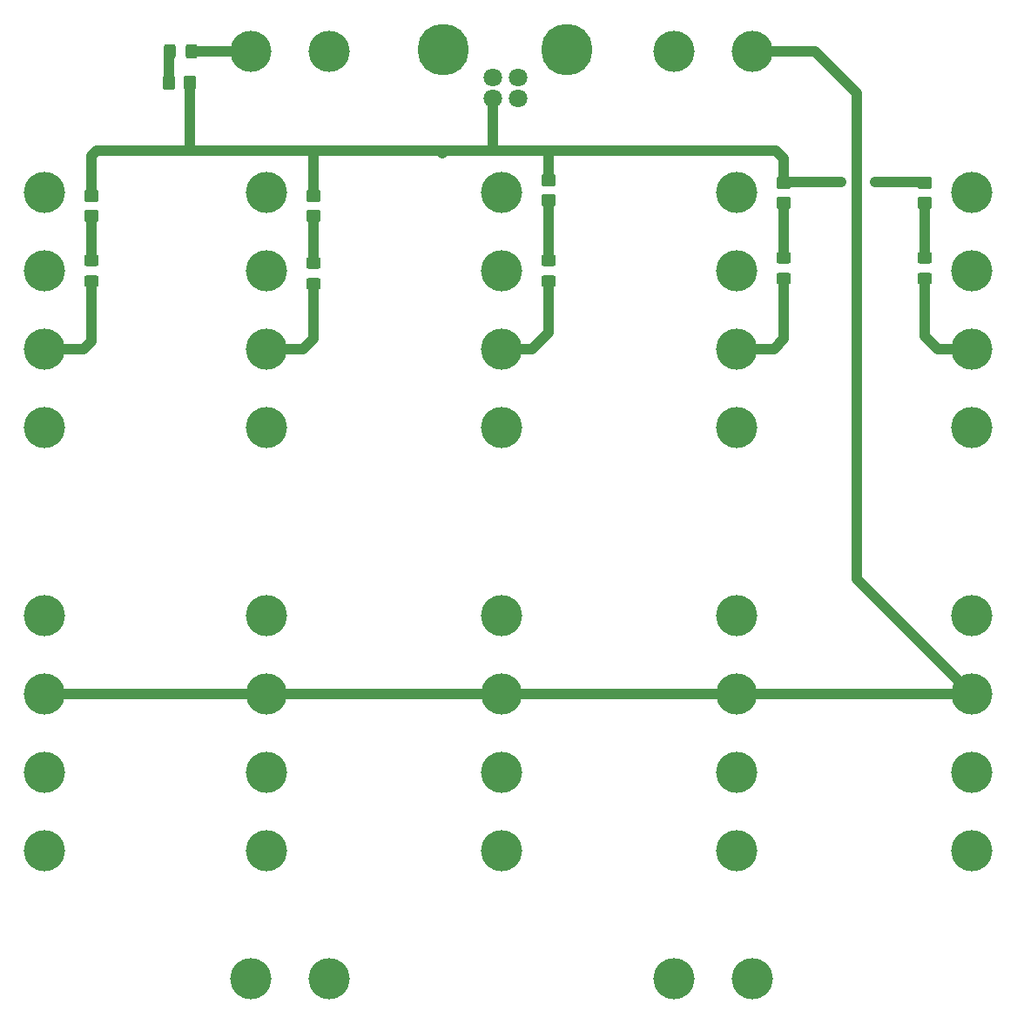
<source format=gbr>
%TF.GenerationSoftware,KiCad,Pcbnew,6.0.6-3a73a75311~116~ubuntu20.04.1*%
%TF.CreationDate,2022-06-26T16:51:51-05:00*%
%TF.ProjectId,BigClive_AA_Battery_Trickle_Charger_v000,42696743-6c69-4766-955f-41415f426174,rev?*%
%TF.SameCoordinates,Original*%
%TF.FileFunction,Copper,L2,Bot*%
%TF.FilePolarity,Positive*%
%FSLAX46Y46*%
G04 Gerber Fmt 4.6, Leading zero omitted, Abs format (unit mm)*
G04 Created by KiCad (PCBNEW 6.0.6-3a73a75311~116~ubuntu20.04.1) date 2022-06-26 16:51:51*
%MOMM*%
%LPD*%
G01*
G04 APERTURE LIST*
G04 Aperture macros list*
%AMRoundRect*
0 Rectangle with rounded corners*
0 $1 Rounding radius*
0 $2 $3 $4 $5 $6 $7 $8 $9 X,Y pos of 4 corners*
0 Add a 4 corners polygon primitive as box body*
4,1,4,$2,$3,$4,$5,$6,$7,$8,$9,$2,$3,0*
0 Add four circle primitives for the rounded corners*
1,1,$1+$1,$2,$3*
1,1,$1+$1,$4,$5*
1,1,$1+$1,$6,$7*
1,1,$1+$1,$8,$9*
0 Add four rect primitives between the rounded corners*
20,1,$1+$1,$2,$3,$4,$5,0*
20,1,$1+$1,$4,$5,$6,$7,0*
20,1,$1+$1,$6,$7,$8,$9,0*
20,1,$1+$1,$8,$9,$2,$3,0*%
G04 Aperture macros list end*
%TA.AperFunction,ComponentPad*%
%ADD10C,4.000000*%
%TD*%
%TA.AperFunction,ComponentPad*%
%ADD11C,1.800000*%
%TD*%
%TA.AperFunction,ComponentPad*%
%ADD12C,5.000000*%
%TD*%
%TA.AperFunction,SMDPad,CuDef*%
%ADD13RoundRect,0.250000X0.450000X-0.325000X0.450000X0.325000X-0.450000X0.325000X-0.450000X-0.325000X0*%
%TD*%
%TA.AperFunction,SMDPad,CuDef*%
%ADD14RoundRect,0.250000X-0.450000X0.350000X-0.450000X-0.350000X0.450000X-0.350000X0.450000X0.350000X0*%
%TD*%
%TA.AperFunction,SMDPad,CuDef*%
%ADD15RoundRect,0.250000X0.350000X0.450000X-0.350000X0.450000X-0.350000X-0.450000X0.350000X-0.450000X0*%
%TD*%
%TA.AperFunction,SMDPad,CuDef*%
%ADD16RoundRect,0.250000X0.325000X0.450000X-0.325000X0.450000X-0.325000X-0.450000X0.325000X-0.450000X0*%
%TD*%
%TA.AperFunction,ViaPad*%
%ADD17C,0.800000*%
%TD*%
%TA.AperFunction,Conductor*%
%ADD18C,1.000000*%
%TD*%
G04 APERTURE END LIST*
D10*
%TO.P,U6,1,Plus1*%
%TO.N,Net-(U6-Pad1)*%
X142005000Y-133080000D03*
%TO.P,U6,2,Plus2*%
%TO.N,unconnected-(U6-Pad2)*%
X149625000Y-133080000D03*
%TO.P,U6,3,Minus1*%
%TO.N,GND*%
X190775000Y-133080000D03*
%TO.P,U6,4,Minus2*%
%TO.N,unconnected-(U6-Pad4)*%
X183155000Y-133080000D03*
%TD*%
%TO.P,U5,1,Plus1*%
%TO.N,Net-(U5-Pad1)*%
X212110000Y-56625000D03*
%TO.P,U5,2,Plus2*%
%TO.N,unconnected-(U5-Pad2)*%
X212110000Y-64245000D03*
%TO.P,U5,3,Minus1*%
%TO.N,GND*%
X212110000Y-105395000D03*
%TO.P,U5,4,Minus2*%
%TO.N,unconnected-(U5-Pad4)*%
X212110000Y-97775000D03*
%TD*%
D11*
%TO.P,J1,1,VBUS*%
%TO.N,VCC*%
X165470000Y-47450000D03*
%TO.P,J1,2,D-*%
%TO.N,unconnected-(J1-Pad2)*%
X167970000Y-47450000D03*
%TO.P,J1,3,D+*%
%TO.N,unconnected-(J1-Pad3)*%
X167970000Y-45450000D03*
%TO.P,J1,4,GND*%
%TO.N,GND*%
X165470000Y-45450000D03*
D12*
%TO.P,J1,5,Shield*%
%TO.N,unconnected-(J1-Pad5)*%
X172740000Y-42740000D03*
%TO.P,J1,6*%
%TO.N,N/C*%
X160700000Y-42740000D03*
%TD*%
D10*
%TO.P,U1,1,Plus1*%
%TO.N,Net-(U1-Pad1)*%
X121940000Y-56625000D03*
%TO.P,U1,2,Plus2*%
%TO.N,unconnected-(U1-Pad2)*%
X121940000Y-64245000D03*
%TO.P,U1,3,Minus1*%
%TO.N,GND*%
X121940000Y-105395000D03*
%TO.P,U1,4,Minus2*%
%TO.N,unconnected-(U1-Pad4)*%
X121940000Y-97775000D03*
%TD*%
%TO.P,U4,1,Plus1*%
%TO.N,Net-(U4-Pad1)*%
X189250000Y-56625000D03*
%TO.P,U4,2,Plus2*%
%TO.N,unconnected-(U4-Pad2)*%
X189250000Y-64245000D03*
%TO.P,U4,3,Minus1*%
%TO.N,GND*%
X189250000Y-105395000D03*
%TO.P,U4,4,Minus2*%
%TO.N,unconnected-(U4-Pad4)*%
X189250000Y-97775000D03*
%TD*%
%TO.P,U3,1,Plus1*%
%TO.N,Net-(U3-Pad1)*%
X166390000Y-56625000D03*
%TO.P,U3,2,Plus2*%
%TO.N,unconnected-(U3-Pad2)*%
X166390000Y-64245000D03*
%TO.P,U3,3,Minus1*%
%TO.N,GND*%
X166390000Y-105395000D03*
%TO.P,U3,4,Minus2*%
%TO.N,unconnected-(U3-Pad4)*%
X166390000Y-97775000D03*
%TD*%
%TO.P,U2,1,Plus1*%
%TO.N,Net-(U2-Pad1)*%
X143530000Y-56625000D03*
%TO.P,U2,2,Plus2*%
%TO.N,unconnected-(U2-Pad2)*%
X143530000Y-64245000D03*
%TO.P,U2,3,Minus1*%
%TO.N,GND*%
X143530000Y-105395000D03*
%TO.P,U2,4,Minus2*%
%TO.N,unconnected-(U2-Pad4)*%
X143530000Y-97775000D03*
%TD*%
D13*
%TO.P,D10,1,K*%
%TO.N,Net-(U9-Pad1)*%
X170962000Y-65271000D03*
%TO.P,D10,2,A*%
%TO.N,Net-(D10-Pad2)*%
X170962000Y-63221000D03*
%TD*%
D10*
%TO.P,U12,1,Plus1*%
%TO.N,Net-(D13-Pad1)*%
X141995000Y-42900000D03*
%TO.P,U12,2,Plus2*%
%TO.N,unconnected-(U12-Pad2)*%
X149615000Y-42900000D03*
%TO.P,U12,3,Minus1*%
%TO.N,GND*%
X190765000Y-42900000D03*
%TO.P,U12,4,Minus2*%
%TO.N,unconnected-(U12-Pad4)*%
X183145000Y-42900000D03*
%TD*%
D14*
%TO.P,R8,1*%
%TO.N,VCC*%
X126512000Y-56896000D03*
%TO.P,R8,2*%
%TO.N,Net-(D8-Pad2)*%
X126512000Y-58896000D03*
%TD*%
%TO.P,R10,1*%
%TO.N,VCC*%
X170962000Y-55372000D03*
%TO.P,R10,2*%
%TO.N,Net-(D10-Pad2)*%
X170962000Y-57372000D03*
%TD*%
D10*
%TO.P,U9,1,Plus1*%
%TO.N,Net-(U9-Pad1)*%
X166390000Y-71865000D03*
%TO.P,U9,2,Plus2*%
%TO.N,unconnected-(U9-Pad2)*%
X166390000Y-79485000D03*
%TO.P,U9,3,Minus1*%
%TO.N,unconnected-(U9-Pad3)*%
X166390000Y-120635000D03*
%TO.P,U9,4,Minus2*%
%TO.N,GND*%
X166390000Y-113015000D03*
%TD*%
D13*
%TO.P,D9,1,K*%
%TO.N,Net-(U8-Pad1)*%
X148102000Y-65525000D03*
%TO.P,D9,2,A*%
%TO.N,Net-(D9-Pad2)*%
X148102000Y-63475000D03*
%TD*%
D10*
%TO.P,U8,1,Plus1*%
%TO.N,Net-(U8-Pad1)*%
X143530000Y-71865000D03*
%TO.P,U8,2,Plus2*%
%TO.N,unconnected-(U8-Pad2)*%
X143530000Y-79485000D03*
%TO.P,U8,3,Minus1*%
%TO.N,unconnected-(U8-Pad3)*%
X143530000Y-120635000D03*
%TO.P,U8,4,Minus2*%
%TO.N,GND*%
X143530000Y-113015000D03*
%TD*%
D15*
%TO.P,R13,1*%
%TO.N,VCC*%
X136040000Y-45920000D03*
%TO.P,R13,2*%
%TO.N,Net-(D13-Pad2)*%
X134040000Y-45920000D03*
%TD*%
D16*
%TO.P,D13,1,K*%
%TO.N,Net-(D13-Pad1)*%
X136173000Y-42910000D03*
%TO.P,D13,2,A*%
%TO.N,Net-(D13-Pad2)*%
X134123000Y-42910000D03*
%TD*%
D13*
%TO.P,D8,1,K*%
%TO.N,Net-(U7-Pad1)*%
X126512000Y-65271000D03*
%TO.P,D8,2,A*%
%TO.N,Net-(D8-Pad2)*%
X126512000Y-63221000D03*
%TD*%
D14*
%TO.P,R11,1*%
%TO.N,VCC*%
X193822000Y-55626000D03*
%TO.P,R11,2*%
%TO.N,Net-(D11-Pad2)*%
X193822000Y-57626000D03*
%TD*%
D10*
%TO.P,U10,1,Plus1*%
%TO.N,Net-(D11-Pad1)*%
X189250000Y-71865000D03*
%TO.P,U10,2,Plus2*%
%TO.N,unconnected-(U10-Pad2)*%
X189250000Y-79485000D03*
%TO.P,U10,3,Minus1*%
%TO.N,unconnected-(U10-Pad3)*%
X189250000Y-120635000D03*
%TO.P,U10,4,Minus2*%
%TO.N,GND*%
X189250000Y-113015000D03*
%TD*%
%TO.P,U11,1,Plus1*%
%TO.N,Net-(U11-Pad1)*%
X212110000Y-71865000D03*
%TO.P,U11,2,Plus2*%
%TO.N,unconnected-(U11-Pad2)*%
X212110000Y-79485000D03*
%TO.P,U11,3,Minus1*%
%TO.N,unconnected-(U11-Pad3)*%
X212110000Y-120635000D03*
%TO.P,U11,4,Minus2*%
%TO.N,GND*%
X212110000Y-113015000D03*
%TD*%
D14*
%TO.P,R9,1*%
%TO.N,VCC*%
X148102000Y-56896000D03*
%TO.P,R9,2*%
%TO.N,Net-(D9-Pad2)*%
X148102000Y-58896000D03*
%TD*%
%TO.P,R12,1*%
%TO.N,VCC*%
X207538000Y-55626000D03*
%TO.P,R12,2*%
%TO.N,Net-(D12-Pad2)*%
X207538000Y-57626000D03*
%TD*%
D13*
%TO.P,D11,1,K*%
%TO.N,Net-(D11-Pad1)*%
X193822000Y-65017000D03*
%TO.P,D11,2,A*%
%TO.N,Net-(D11-Pad2)*%
X193822000Y-62967000D03*
%TD*%
%TO.P,D12,1,K*%
%TO.N,Net-(U11-Pad1)*%
X207538000Y-65017000D03*
%TO.P,D12,2,A*%
%TO.N,Net-(D12-Pad2)*%
X207538000Y-62967000D03*
%TD*%
D10*
%TO.P,U7,1,Plus1*%
%TO.N,Net-(U7-Pad1)*%
X121940000Y-71865000D03*
%TO.P,U7,2,Plus2*%
%TO.N,unconnected-(U7-Pad2)*%
X121940000Y-79485000D03*
%TO.P,U7,3,Minus1*%
%TO.N,unconnected-(U7-Pad3)*%
X121940000Y-120635000D03*
%TO.P,U7,4,Minus2*%
%TO.N,GND*%
X121940000Y-113015000D03*
%TD*%
D17*
%TO.N,VCC*%
X203982000Y-55610000D03*
X202712000Y-55610000D03*
X197886000Y-55610000D03*
X199410000Y-55610000D03*
%TD*%
D18*
%TO.N,GND*%
X189250000Y-105395000D02*
X212110000Y-105395000D01*
X200934000Y-94219000D02*
X200934000Y-46974000D01*
X121940000Y-105395000D02*
X143530000Y-105395000D01*
X212110000Y-105395000D02*
X200934000Y-94219000D01*
X166390000Y-105395000D02*
X189250000Y-105395000D01*
X143530000Y-105395000D02*
X166390000Y-105395000D01*
X200934000Y-46974000D02*
X196870000Y-42910000D01*
X196870000Y-42910000D02*
X190775000Y-42910000D01*
%TO.N,VCC*%
X127020000Y-52562000D02*
X126512000Y-53070000D01*
X160358000Y-52562000D02*
X151404000Y-52562000D01*
X128290000Y-52562000D02*
X131084000Y-52562000D01*
X131084000Y-52562000D02*
X127020000Y-52562000D01*
X193838000Y-55610000D02*
X193822000Y-55626000D01*
X151404000Y-52562000D02*
X136222000Y-52562000D01*
X136222000Y-52562000D02*
X131084000Y-52562000D01*
X197886000Y-55610000D02*
X193838000Y-55610000D01*
X170962000Y-55372000D02*
X170962000Y-52562000D01*
X203982000Y-55610000D02*
X207014000Y-55610000D01*
X199410000Y-55610000D02*
X197886000Y-55610000D01*
X165470000Y-47450000D02*
X165470000Y-52466000D01*
X136040000Y-45920000D02*
X136040000Y-52380000D01*
X193822000Y-55626000D02*
X193822000Y-53324000D01*
X193822000Y-53324000D02*
X193060000Y-52562000D01*
X160612000Y-52816000D02*
X160358000Y-52562000D01*
X128306000Y-52546000D02*
X128290000Y-52562000D01*
X202712000Y-55610000D02*
X203982000Y-55610000D01*
X126512000Y-53070000D02*
X126512000Y-56896000D01*
X148102000Y-56896000D02*
X148102000Y-52562000D01*
X136040000Y-52380000D02*
X136222000Y-52562000D01*
X193060000Y-52562000D02*
X160358000Y-52562000D01*
X207014000Y-55610000D02*
X207030000Y-55626000D01*
%TO.N,Net-(U7-Pad1)*%
X126512000Y-71104000D02*
X125751000Y-71865000D01*
X126512000Y-65271000D02*
X126512000Y-71104000D01*
X125751000Y-71865000D02*
X121940000Y-71865000D01*
%TO.N,Net-(D8-Pad2)*%
X126512000Y-63221000D02*
X126512000Y-58896000D01*
%TO.N,Net-(U8-Pad1)*%
X147085000Y-71865000D02*
X143530000Y-71865000D01*
X147086000Y-71866000D02*
X147085000Y-71865000D01*
X148102000Y-65525000D02*
X148102000Y-70850000D01*
X148102000Y-70850000D02*
X147086000Y-71866000D01*
%TO.N,Net-(D9-Pad2)*%
X148102000Y-63475000D02*
X148102000Y-58896000D01*
%TO.N,Net-(U9-Pad1)*%
X169345000Y-71865000D02*
X166390000Y-71865000D01*
X170962000Y-70248000D02*
X169345000Y-71865000D01*
X170962000Y-65271000D02*
X170962000Y-70248000D01*
%TO.N,Net-(D10-Pad2)*%
X170962000Y-63221000D02*
X170962000Y-57372000D01*
%TO.N,Net-(D11-Pad1)*%
X192815000Y-71865000D02*
X193822000Y-70858000D01*
X193822000Y-70858000D02*
X193822000Y-65017000D01*
X189250000Y-71865000D02*
X192815000Y-71865000D01*
%TO.N,Net-(D11-Pad2)*%
X193822000Y-62967000D02*
X193822000Y-57626000D01*
%TO.N,Net-(U11-Pad1)*%
X207538000Y-70596000D02*
X208807000Y-71865000D01*
X208807000Y-71865000D02*
X212110000Y-71865000D01*
X207538000Y-65017000D02*
X207538000Y-70596000D01*
%TO.N,Net-(D12-Pad2)*%
X207538000Y-62967000D02*
X207538000Y-57626000D01*
%TO.N,Net-(D13-Pad1)*%
X136173000Y-42910000D02*
X142005000Y-42910000D01*
%TO.N,Net-(D13-Pad2)*%
X134040000Y-42993000D02*
X134123000Y-42910000D01*
X134040000Y-45920000D02*
X134040000Y-42993000D01*
%TD*%
M02*

</source>
